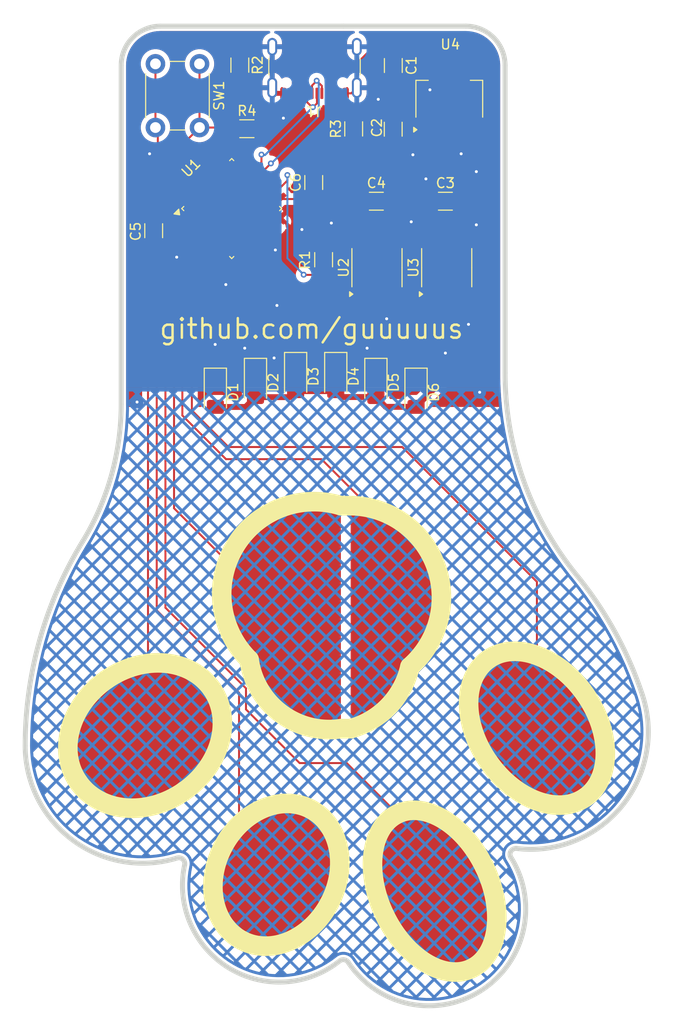
<source format=kicad_pcb>
(kicad_pcb (version 20240108) (generator "pcbnew") (generator_version "8.0")
  (layers (0 "F.Cu" signal) (31 "B.Cu" signal) (34 "B.Paste" user) (35 "F.Paste" user) (36 "B.SilkS" user "B.Silkscreen") (37 "F.SilkS" user "F.Silkscreen") (38 "B.Mask" user) (39 "F.Mask" user) (44 "Edge.Cuts" user))
  (net 0 "")
  (net 1 "GND")
  (net 2 "VBUS")
  (net 3 "+3.3V")
  (net 4 "usb-")
  (net 5 "Net-(J1-CC2)")
  (net 6 "usb+")
  (net 7 "Net-(J1-CC1)")
  (net 8 "neo")
  (net 26 "Net-(U2-DO)")
  (net 30 "Net-(D1-K)")
  (net 31 "Net-(D2-K)")
  (net 32 "Net-(D3-K)")
  (net 33 "Net-(D4-K)")
  (net 34 "Net-(D5-K)")
  (net 35 "Net-(D6-K)")
  (net 36 "Net-(U1-PA0{slash}WKP{slash}ADC0{slash}USART2{slash}TIM2CH1)")
  (net 37 "Net-(U1-PA1{slash}ADC1{slash}UASRT2RTS{slash}TIM2CH2)")
  (net 38 "Net-(U1-PA2{slash}ADC2{slash}USART2TX{slash}TIM2CH3)")
  (net 39 "Net-(U1-PA3{slash}ADC3{slash}USART2RX{slash}TIM2CH4)")
  (net 40 "Net-(U1-PA4{slash}ADC4{slash}USARTCK{slash}SP1NSS)")
  (net 41 "Net-(U1-PA5{slash}ADC5{slash}SPISCK)")
  (net 42 "boot")
  (footprint "Capacitor_SMD:C_1206_3216Metric_Pad1.33x1.80mm_HandSolder" (layer "F.Cu") (at 130.18 67.15 -90)
    (property "Reference" "C1" (at 0 -1.85 90) (layer "F.SilkS"))
    (property "Value" "10uf")
    (pad "1" smd roundrect (at -1.5625 0 270) (size 1.325 1.8) (layers "F.Cu" "F.Paste" "F.Mask") (roundrect_rratio 0.188679) (net 2 "VBUS"))
    (pad "2" smd roundrect (at 1.5625 0 270) (size 1.325 1.8) (layers "F.Cu" "F.Paste" "F.Mask") (roundrect_rratio 0.188679) (net 1 "GND"))
  )
  (footprint "Package_SO:SO-8_3.9x4.9mm_P1.27mm" (layer "F.Cu") (at 135.635 87.785 90)
    (property "Reference" "U3" (at 0 -3.4 90) (layer "F.SilkS"))
    (property "Value" "WS2811")
    (pad "1" smd roundrect (at -2.575 -1.905 90) (size 1.75 0.6) (layers "F.Cu" "F.Paste" "F.Mask") (net 33 "Net-(D4-K)"))
    (pad "2" smd roundrect (at -2.575 -0.635 90) (size 1.75 0.6) (layers "F.Cu" "F.Paste" "F.Mask") (net 34 "Net-(D5-K)"))
    (pad "3" smd roundrect (at -2.575 0.635 90) (size 1.75 0.6) (layers "F.Cu" "F.Paste" "F.Mask") (net 35 "Net-(D6-K)"))
    (pad "4" smd roundrect (at -2.575 1.905 90) (size 1.75 0.6) (layers "F.Cu" "F.Paste" "F.Mask") (net 1 "GND"))
    (pad "5" smd roundrect (at 2.575 1.905 90) (size 1.75 0.6) (layers "F.Cu" "F.Paste" "F.Mask"))
    (pad "6" smd roundrect (at 2.575 0.635 90) (size 1.75 0.6) (layers "F.Cu" "F.Paste" "F.Mask") (net 26 "Net-(U2-DO)"))
    (pad "7" smd roundrect (at 2.575 -0.635 90) (size 1.75 0.6) (layers "F.Cu" "F.Paste" "F.Mask"))
    (pad "8" smd roundrect (at 2.575 -1.905 90) (size 1.75 0.6) (layers "F.Cu" "F.Paste" "F.Mask") (net 2 "VBUS"))
  )
  (footprint "custom:TestPoint_Pad_1.0x1.0mm_W_SOLDERMASK" (layer "F.Cu") (at 133.5 150.85)
    (property "Reference" "TP3" (hide yes))
    (property "Value" "TestPoint")
    (pad "1" smd rect (at 0 0) (size 1 1) (layers "F.Cu") (net 38 "Net-(U1-PA2{slash}ADC2{slash}USART2TX{slash}TIM2CH3)"))
  )
  (footprint "Capacitor_SMD:C_1206_3216Metric_Pad1.33x1.80mm_HandSolder" (layer "F.Cu") (at 130.17 73.65 -90)
    (property "Reference" "C2" (at -0.15 1.67 90) (layer "F.SilkS"))
    (property "Value" "10uf")
    (pad "1" smd roundrect (at -1.5625 0 270) (size 1.325 1.8) (layers "F.Cu" "F.Paste" "F.Mask") (roundrect_rratio 0.188679) (net 3 "+3.3V"))
    (pad "2" smd roundrect (at 1.5625 0 270) (size 1.325 1.8) (layers "F.Cu" "F.Paste" "F.Mask") (roundrect_rratio 0.188679) (net 1 "GND"))
  )
  (footprint "custom:TestPoint_Pad_1.0x1.0mm_W_SOLDERMASK" (layer "F.Cu") (at 118.97 121.92)
    (property "Reference" "TP4" (hide yes))
    (property "Value" "TestPoint")
    (pad "1" smd rect (at 0 0) (size 1 1) (layers "F.Cu") (net 39 "Net-(U1-PA3{slash}ADC3{slash}USART2RX{slash}TIM2CH4)"))
  )
  (footprint "LED_SMD:LED_1206_3216Metric_Pad1.42x1.75mm_HandSolder" (layer "F.Cu") (at 120.2 98.8975 -90)
    (property "Reference" "D3" (at 0 -1.82 90) (layer "F.SilkS"))
    (property "Value" "LED")
    (pad "1" smd roundrect (at -1.4875 0 270) (size 1.425 1.75) (layers "F.Cu" "F.Paste" "F.Mask") (roundrect_rratio 0.175439) (net 32 "Net-(D3-K)"))
    (pad "2" smd roundrect (at 1.4875 0 270) (size 1.425 1.75) (layers "F.Cu" "F.Paste" "F.Mask") (roundrect_rratio 0.175439) (net 2 "VBUS"))
  )
  (footprint "Capacitor_SMD:C_1206_3216Metric_Pad1.33x1.80mm_HandSolder" (layer "F.Cu") (at 135.5 81)
    (property "Reference" "C3" (at 0 -1.85 360) (layer "F.SilkS"))
    (property "Value" "10uf")
    (pad "1" smd roundrect (at -1.5625 0) (size 1.325 1.8) (layers "F.Cu" "F.Paste" "F.Mask") (roundrect_rratio 0.188679) (net 2 "VBUS"))
    (pad "2" smd roundrect (at 1.5625 0) (size 1.325 1.8) (layers "F.Cu" "F.Paste" "F.Mask") (roundrect_rratio 0.188679) (net 1 "GND"))
  )
  (footprint "custom:TestPoint_Pad_1.0x1.0mm_W_SOLDERMASK" (layer "F.Cu") (at 145.03 133.83)
    (property "Reference" "TP6" (hide yes))
    (property "Value" "TestPoint")
    (pad "1" smd rect (at 0 0) (size 1 1) (layers "F.Cu") (net 41 "Net-(U1-PA5{slash}ADC5{slash}SPISCK)"))
  )
  (footprint "Resistor_SMD:R_1206_3216Metric_Pad1.30x1.75mm_HandSolder" (layer "F.Cu") (at 123.06 86.97 -90)
    (property "Reference" "R1" (at 0.04 1.91 90) (layer "F.SilkS"))
    (property "Value" "R")
    (pad "1" smd roundrect (at -1.55 0 270) (size 1.3 1.75) (layers "F.Cu" "F.Paste" "F.Mask") (roundrect_rratio 0.192308) (net 2 "VBUS"))
    (pad "2" smd roundrect (at 1.55 0 270) (size 1.3 1.75) (layers "F.Cu" "F.Paste" "F.Mask") (roundrect_rratio 0.192308) (net 8 "neo"))
  )
  (footprint "LED_SMD:LED_1206_3216Metric_Pad1.42x1.75mm_HandSolder" (layer "F.Cu") (at 132.5 100.5 -90)
    (property "Reference" "D6" (at 0 -1.82 90) (layer "F.SilkS"))
    (property "Value" "LED")
    (pad "1" smd roundrect (at -1.4875 0 270) (size 1.425 1.75) (layers "F.Cu" "F.Paste" "F.Mask") (roundrect_rratio 0.175439) (net 35 "Net-(D6-K)"))
    (pad "2" smd roundrect (at 1.4875 0 270) (size 1.425 1.75) (layers "F.Cu" "F.Paste" "F.Mask") (roundrect_rratio 0.175439) (net 2 "VBUS"))
  )
  (footprint "LED_SMD:LED_1206_3216Metric_Pad1.42x1.75mm_HandSolder" (layer "F.Cu") (at 116.1 99.5 -90)
    (property "Reference" "D2" (at 0 -1.82 90) (layer "F.SilkS"))
    (property "Value" "LED")
    (pad "1" smd roundrect (at -1.4875 0 270) (size 1.425 1.75) (layers "F.Cu" "F.Paste" "F.Mask") (roundrect_rratio 0.175439) (net 31 "Net-(D2-K)"))
    (pad "2" smd roundrect (at 1.4875 0 270) (size 1.425 1.75) (layers "F.Cu" "F.Paste" "F.Mask") (roundrect_rratio 0.175439) (net 2 "VBUS"))
  )
  (footprint "Connector_USB:USB_C_Receptacle_GCT_USB4105-xx-A_16P_TopMnt_Horizontal" (layer "F.Cu") (at 122.13 66.31 180)
    (property "Reference" "J1" (at 0 -5.5 180) (layer "F.SilkS"))
    (property "Value" "USB_C_Receptacle_USB2.0_14P")
    (pad "" np_thru_hole circle (at -2.89 -2.605 180) (size 0.65 0.65) (drill 0.65) (layers "F&B.Cu" "*.Mask"))
    (pad "" np_thru_hole circle (at 2.89 -2.605 180) (size 0.65 0.65) (drill 0.65) (layers "F&B.Cu" "*.Mask"))
    (pad "A1" smd roundrect (at -3.2 -3.68 180) (size 0.6 1.15) (layers "F.Cu" "F.Paste" "F.Mask") (net 1 "GND"))
    (pad "A4" smd roundrect (at -2.4 -3.68 180) (size 0.6 1.15) (layers "F.Cu" "F.Paste" "F.Mask") (net 2 "VBUS"))
    (pad "A5" smd roundrect (at -1.25 -3.68 180) (size 0.3 1.15) (layers "F.Cu" "F.Paste" "F.Mask") (net 7 "Net-(J1-CC1)"))
    (pad "A6" smd roundrect (at -0.25 -3.68 180) (size 0.3 1.15) (layers "F.Cu" "F.Paste" "F.Mask") (net 6 "usb+"))
    (pad "A7" smd roundrect (at 0.25 -3.68 180) (size 0.3 1.15) (layers "F.Cu" "F.Paste" "F.Mask") (net 4 "usb-"))
    (pad "A8" smd roundrect (at 1.25 -3.68 180) (size 0.3 1.15) (layers "F.Cu" "F.Paste" "F.Mask"))
    (pad "A9" smd roundrect (at 2.4 -3.68 180) (size 0.6 1.15) (layers "F.Cu" "F.Paste" "F.Mask") (net 2 "VBUS"))
    (pad "A12" smd roundrect (at 3.2 -3.68 180) (size 0.6 1.15) (layers "F.Cu" "F.Paste" "F.Mask") (net 1 "GND"))
    (pad "B1" smd roundrect (at 3.2 -3.68 180) (size 0.6 1.15) (layers "F.Cu" "F.Paste" "F.Mask") (net 1 "GND"))
    (pad "B4" smd roundrect (at 2.4 -3.68 180) (size 0.6 1.15) (layers "F.Cu" "F.Paste" "F.Mask") (net 2 "VBUS"))
    (pad "B5" smd roundrect (at 1.75 -3.68 180) (size 0.3 1.15) (layers "F.Cu" "F.Paste" "F.Mask") (net 5 "Net-(J1-CC2)"))
    (pad "B6" smd roundrect (at 0.75 -3.68 180) (size 0.3 1.15) (layers "F.Cu" "F.Paste" "F.Mask") (net 6 "usb+"))
    (pad "B7" smd roundrect (at -0.75 -3.68 180) (size 0.3 1.15) (layers "F.Cu" "F.Paste" "F.Mask") (net 4 "usb-"))
    (pad "B8" smd roundrect (at -1.75 -3.68 180) (size 0.3 1.15) (layers "F.Cu" "F.Paste" "F.Mask"))
    (pad "B9" smd roundrect (at -2.4 -3.68 180) (size 0.6 1.15) (layers "F.Cu" "F.Paste" "F.Mask") (net 2 "VBUS"))
    (pad "B12" smd roundrect (at -3.2 -3.68 180) (size 0.6 1.15) (layers "F.Cu" "F.Paste" "F.Mask") (net 1 "GND"))
    (pad "S1" thru_hole oval (at -4.32 -3.105 180) (size 1 2.1) (drill oval 0.6 1.7) (layers "*.Cu" "*.Mask" "F.Paste") (net 1 "GND"))
    (pad "S1" thru_hole oval (at -4.32 1.075 180) (size 1 1.8) (drill oval 0.6 1.4) (layers "*.Cu" "*.Mask" "F.Paste") (net 1 "GND"))
    (pad "S1" thru_hole oval (at 4.32 -3.105 180) (size 1 2.1) (drill oval 0.6 1.7) (layers "*.Cu" "*.Mask" "F.Paste") (net 1 "GND"))
    (pad "S1" thru_hole oval (at 4.32 1.075 180) (size 1 1.8) (drill oval 0.6 1.4) (layers "*.Cu" "*.Mask" "F.Paste") (net 1 "GND"))
  )
  (footprint "custom:TestPoint_Pad_1.0x1.0mm_W_SOLDERMASK" (layer "F.Cu") (at 118.58 149.81)
    (property "Reference" "TP2" (hide yes))
    (property "Value" "TestPoint")
    (pad "1" smd rect (at 0 0) (size 1 1) (layers "F.Cu") (net 37 "Net-(U1-PA1{slash}ADC1{slash}UASRT2RTS{slash}TIM2CH2)"))
  )
  (footprint "Capacitor_SMD:C_1206_3216Metric_Pad1.33x1.80mm_HandSolder" (layer "F.Cu") (at 128.445 81)
    (property "Reference" "C4" (at 0 -1.85 360) (layer "F.SilkS"))
    (property "Value" "10uf")
    (pad "1" smd roundrect (at -1.5625 0) (size 1.325 1.8) (layers "F.Cu" "F.Paste" "F.Mask") (roundrect_rratio 0.188679) (net 2 "VBUS"))
    (pad "2" smd roundrect (at 1.5625 0) (size 1.325 1.8) (layers "F.Cu" "F.Paste" "F.Mask") (roundrect_rratio 0.188679) (net 1 "GND"))
  )
  (footprint "Package_QFP:LQFP-32_7x7mm_P0.8mm" (layer "F.Cu") (at 113.67 81.75 45)
    (property "Reference" "U1" (at 0 -5.88 45) (layer "F.SilkS"))
    (property "Value" "~")
    (pad "1" smd roundrect (at -4.175 -2.8 45) (size 1.5 0.5) (layers "F.Cu" "F.Paste" "F.Mask") (net 3 "+3.3V"))
    (pad "2" smd roundrect (at -4.175 -2 45) (size 1.5 0.5) (layers "F.Cu" "F.Paste" "F.Mask"))
    (pad "3" smd roundrect (at -4.175 -1.2 45) (size 1.5 0.5) (layers "F.Cu" "F.Paste" "F.Mask"))
    (pad "4" smd roundrect (at -4.175 -0.4 45) (size 1.5 0.5) (layers "F.Cu" "F.Paste" "F.Mask"))
    (pad "5" smd roundrect (at -4.175 0.4 45) (size 1.5 0.5) (layers "F.Cu" "F.Paste" "F.Mask") (net 3 "+3.3V"))
    (pad "6" smd roundrect (at -4.175 1.2 45) (size 1.5 0.5) (layers "F.Cu" "F.Paste" "F.Mask") (net 36 "Net-(U1-PA0{slash}WKP{slash}ADC0{slash}USART2{slash}TIM2CH1)"))
    (pad "7" smd roundrect (at -4.175 2 45) (size 1.5 0.5) (layers "F.Cu" "F.Paste" "F.Mask") (net 37 "Net-(U1-PA1{slash}ADC1{slash}UASRT2RTS{slash}TIM2CH2)"))
    (pad "8" smd roundrect (at -4.175 2.8 45) (size 1.5 0.5) (layers "F.Cu" "F.Paste" "F.Mask") (net 38 "Net-(U1-PA2{slash}ADC2{slash}USART2TX{slash}TIM2CH3)"))
    (pad "9" smd roundrect (at -2.8 4.175 45) (size 0.5 1.5) (layers "F.Cu" "F.Paste" "F.Mask") (net 39 "Net-(U1-PA3{slash}ADC3{slash}USART2RX{slash}TIM2CH4)"))
    (pad "10" smd roundrect (at -2 4.175 45) (size 0.5 1.5) (layers "F.Cu" "F.Paste" "F.Mask") (net 40 "Net-(U1-PA4{slash}ADC4{slash}USARTCK{slash}SP1NSS)"))
    (pad "11" smd roundrect (at -1.2 4.175 45) (size 0.5 1.5) (layers "F.Cu" "F.Paste" "F.Mask") (net 41 "Net-(U1-PA5{slash}ADC5{slash}SPISCK)"))
    (pad "12" smd roundrect (at -0.4 4.175 45) (size 0.5 1.5) (layers "F.Cu" "F.Paste" "F.Mask"))
    (pad "13" smd roundrect (at 0.4 4.175 45) (size 0.5 1.5) (layers "F.Cu" "F.Paste" "F.Mask"))
    (pad "14" smd roundrect (at 1.2 4.175 45) (size 0.5 1.5) (layers "F.Cu" "F.Paste" "F.Mask"))
    (pad "15" smd roundrect (at 2 4.175 45) (size 0.5 1.5) (layers "F.Cu" "F.Paste" "F.Mask"))
    (pad "16" smd roundrect (at 2.8 4.175 45) (size 0.5 1.5) (layers "F.Cu" "F.Paste" "F.Mask") (net 1 "GND"))
    (pad "17" smd roundrect (at 4.175 2.8 45) (size 1.5 0.5) (layers "F.Cu" "F.Paste" "F.Mask") (net 3 "+3.3V"))
    (pad "18" smd roundrect (at 4.175 2 45) (size 1.5 0.5) (layers "F.Cu" "F.Paste" "F.Mask") (net 8 "neo"))
    (pad "19" smd roundrect (at 4.175 1.2 45) (size 1.5 0.5) (layers "F.Cu" "F.Paste" "F.Mask"))
    (pad "20" smd roundrect (at 4.175 0.4 45) (size 1.5 0.5) (layers "F.Cu" "F.Paste" "F.Mask"))
    (pad "21" smd roundrect (at 4.175 -0.4 45) (size 1.5 0.5) (layers "F.Cu" "F.Paste" "F.Mask") (net 4 "usb-"))
    (pad "22" smd roundrect (at 4.175 -1.2 45) (size 1.5 0.5) (layers "F.Cu" "F.Paste" "F.Mask") (net 6 "usb+"))
    (pad "23" smd roundrect (at 4.175 -2 45) (size 1.5 0.5) (layers "F.Cu" "F.Paste" "F.Mask"))
    (pad "24" smd roundrect (at 4.175 -2.8 45) (size 1.5 0.5) (layers "F.Cu" "F.Paste" "F.Mask"))
    (pad "25" smd roundrect (at 2.8 -4.175 45) (size 0.5 1.5) (layers "F.Cu" "F.Paste" "F.Mask"))
    (pad "26" smd roundrect (at 2 -4.175 45) (size 0.5 1.5) (layers "F.Cu" "F.Paste" "F.Mask"))
    (pad "27" smd roundrect (at 1.2 -4.175 45) (size 0.5 1.5) (layers "F.Cu" "F.Paste" "F.Mask"))
    (pad "28" smd roundrect (at 0.4 -4.175 45) (size 0.5 1.5) (layers "F.Cu" "F.Paste" "F.Mask"))
    (pad "29" smd roundrect (at -0.4 -4.175 45) (size 0.5 1.5) (layers "F.Cu" "F.Paste" "F.Mask"))
    (pad "30" smd roundrect (at -1.2 -4.175 45) (size 0.5 1.5) (layers "F.Cu" "F.Paste" "F.Mask"))
    (pad "31" smd roundrect (at -2 -4.175 45) (size 0.5 1.5) (layers "F.Cu" "F.Paste" "F.Mask") (net 42 "boot"))
    (pad "32" smd roundrect (at -2.8 -4.175 45) (size 0.5 1.5) (layers "F.Cu" "F.Paste" "F.Mask") (net 1 "GND"))
  )
  (footprint "Package_TO_SOT_SMD:SOT-223-3_TabPin2" (layer "F.Cu") (at 135.8975 70.57 90)
    (property "Reference" "U4" (at 5.57 0.1025 180) (layer "F.SilkS"))
    (property "Value" "AMS1117-3.3")
    (pad "1" smd roundrect (at -3.15 -2.3 90) (size 2 1.5) (layers "F.Cu" "F.Paste" "F.Mask") (net 1 "GND"))
    (pad "2" smd roundrect (at -3.15 0 90) (size 2 1.5) (layers "F.Cu" "F.Paste" "F.Mask") (net 3 "+3.3V"))
    (pad "2" smd roundrect (at 3.15 0 90) (size 2 3.8) (layers "F.Cu" "F.Paste" "F.Mask") (net 3 "+3.3V"))
    (pad "3" smd roundrect (at -3.15 2.3 90) (size 2 1.5) (layers "F.Cu" "F.Paste" "F.Mask") (net 2 "VBUS"))
  )
  (footprint "Resistor_SMD:R_1206_3216Metric_Pad1.30x1.75mm_HandSolder" (layer "F.Cu") (at 114.5 67.11 -90)
    (property "Reference" "R2" (at 0 -1.82 90) (layer "F.SilkS"))
    (property "Value" "R")
    (pad "1" smd roundrect (at -1.55 0 270) (size 1.3 1.75) (layers "F.Cu" "F.Paste" "F.Mask") (roundrect_rratio 0.192308) (net 1 "GND"))
    (pad "2" smd roundrect (at 1.55 0 270) (size 1.3 1.75) (layers "F.Cu" "F.Paste" "F.Mask") (roundrect_rratio 0.192308) (net 5 "Net-(J1-CC2)"))
  )
  (footprint "Capacitor_SMD:C_1206_3216Metric_Pad1.33x1.80mm_HandSolder" (layer "F.Cu") (at 105.7 84.01 -90)
    (property "Reference" "C5" (at 0.08 1.84 90) (layer "F.SilkS"))
    (property "Value" "10uf")
    (pad "1" smd roundrect (at -1.5625 0 270) (size 1.325 1.8) (layers "F.Cu" "F.Paste" "F.Mask") (roundrect_rratio 0.188679) (net 3 "+3.3V"))
    (pad "2" smd roundrect (at 1.5625 0 270) (size 1.325 1.8) (layers "F.Cu" "F.Paste" "F.Mask") (roundrect_rratio 0.188679) (net 1 "GND"))
  )
  (footprint "LED_SMD:LED_1206_3216Metric_Pad1.42x1.75mm_HandSolder" (layer "F.Cu") (at 124.3 98.8975 -90)
    (property "Reference" "D4" (at 0 -1.82 90) (layer "F.SilkS"))
    (property "Value" "LED")
    (pad "1" smd roundrect (at -1.4875 0 270) (size 1.425 1.75) (layers "F.Cu" "F.Paste" "F.Mask") (roundrect_rratio 0.175439) (net 33 "Net-(D4-K)"))
    (pad "2" smd roundrect (at 1.4875 0 270) (size 1.425 1.75) (layers "F.Cu" "F.Paste" "F.Mask") (roundrect_rratio 0.175439) (net 2 "VBUS"))
  )
  (footprint "Button_Switch_THT:SW_PUSH_6mm" (layer "F.Cu") (at 110.38 66.98 -90)
    (property "Reference" "SW1" (at 3.25 -2 90) (layer "F.SilkS"))
    (property "Value" "SW_Push")
    (pad "1" thru_hole circle (at 0 0) (size 2 2) (drill 1.1) (layers "*.Cu" "*.Mask") (net 42 "boot"))
    (pad "1" thru_hole circle (at 6.5 0) (size 2 2) (drill 1.1) (layers "*.Cu" "*.Mask") (net 42 "boot"))
    (pad "2" thru_hole circle (at 0 4.5) (size 2 2) (drill 1.1) (layers "*.Cu" "*.Mask") (net 3 "+3.3V"))
    (pad "2" thru_hole circle (at 6.5 4.5) (size 2 2) (drill 1.1) (layers "*.Cu" "*.Mask") (net 3 "+3.3V"))
  )
  (footprint "LED_SMD:LED_1206_3216Metric_Pad1.42x1.75mm_HandSolder" (layer "F.Cu") (at 128.4 99.5 -90)
    (property "Reference" "D5" (at 0 -1.82 90) (layer "F.SilkS"))
    (property "Value" "LED")
    (pad "1" smd roundrect (at -1.4875 0 270) (size 1.425 1.75) (layers "F.Cu" "F.Paste" "F.Mask") (roundrect_rratio 0.175439) (net 34 "Net-(D5-K)"))
    (pad "2" smd roundrect (at 1.4875 0 270) (size 1.425 1.75) (layers "F.Cu" "F.Paste" "F.Mask") (roundrect_rratio 0.175439) (net 2 "VBUS"))
  )
  (footprint "Capacitor_SMD:C_1206_3216Metric_Pad1.33x1.80mm_HandSolder" (layer "F.Cu") (at 122.05 79.09 90)
    (property "Reference" "C6" (at 0 -1.850001 90) (layer "F.SilkS"))
    (property "Value" "10uf")
    (pad "1" smd roundrect (at -1.5625 0 90) (size 1.325 1.8) (layers "F.Cu" "F.Paste" "F.Mask") (roundrect_rratio 0.188679) (net 3 "+3.3V"))
    (pad "2" smd roundrect (at 1.5625 0 90) (size 1.325 1.8) (layers "F.Cu" "F.Paste" "F.Mask") (roundrect_rratio 0.188679) (net 1 "GND"))
  )
  (footprint "custom:TestPoint_Pad_1.0x1.0mm_W_SOLDERMASK" (layer "F.Cu") (at 105.71 135.63)
    (property "Reference" "TP1" (hide yes))
    (property "Value" "TestPoint")
    (pad "1" smd rect (at 0 0) (size 1 1) (layers "F.Cu") (net 36 "Net-(U1-PA0{slash}WKP{slash}ADC0{slash}USART2{slash}TIM2CH1)"))
  )
  (footprint "Package_SO:SO-8_3.9x4.9mm_P1.27mm" (layer "F.Cu") (at 128.51 87.785 90)
    (property "Reference" "U2" (at 0 -3.4 90) (layer "F.SilkS"))
    (property "Value" "WS2811")
    (pad "1" smd roundrect (at -2.575 -1.905 90) (size 1.75 0.6) (layers "F.Cu" "F.Paste" "F.Mask") (net 30 "Net-(D1-K)"))
    (pad "2" smd roundrect (at -2.575 -0.635 90) (size 1.75 0.6) (layers "F.Cu" "F.Paste" "F.Mask") (net 31 "Net-(D2-K)"))
    (pad "3" smd roundrect (at -2.575 0.635 90) (size 1.75 0.6) (layers "F.Cu" "F.Paste" "F.Mask") (net 32 "Net-(D3-K)"))
    (pad "4" smd roundrect (at -2.575 1.905 90) (size 1.75 0.6) (layers "F.Cu" "F.Paste" "F.Mask") (net 1 "GND"))
    (pad "5" smd roundrect (at 2.575 1.905 90) (size 1.75 0.6) (layers "F.Cu" "F.Paste" "F.Mask") (net 26 "Net-(U2-DO)"))
    (pad "6" smd roundrect (at 2.575 0.635 90) (size 1.75 0.6) (layers "F.Cu" "F.Paste" "F.Mask") (net 8 "neo"))
    (pad "7" smd roundrect (at 2.575 -0.635 90) (size 1.75 0.6) (layers "F.Cu" "F.Paste" "F.Mask"))
    (pad "8" smd roundrect (at 2.575 -1.905 90) (size 1.75 0.6) (layers "F.Cu" "F.Paste" "F.Mask") (net 2 "VBUS"))
  )
  (footprint "LED_SMD:LED_1206_3216Metric_Pad1.42x1.75mm_HandSolder" (layer "F.Cu") (at 112 100.5 -90)
    (property "Reference" "D1" (at 0 -1.82 90) (layer "F.SilkS"))
    (property "Value" "LED")
    (pad "1" smd roundrect (at -1.4875 0 270) (size 1.425 1.75) (layers "F.Cu" "F.Paste" "F.Mask") (roundrect_rratio 0.175439) (net 30 "Net-(D1-K)"))
    (pad "2" smd roundrect (at 1.4875 0 270) (size 1.425 1.75) (layers "F.Cu" "F.Paste" "F.Mask") (roundrect_rratio 0.175439) (net 2 "VBUS"))
  )
  (footprint "Resistor_SMD:R_1206_3216Metric_Pad1.30x1.75mm_HandSolder" (layer "F.Cu") (at 126.13 73.62 90)
    (property "Reference" "R3" (at 0 -1.82 90) (layer "F.SilkS"))
    (property "Value" "R")
    (pad "1" smd roundrect (at -1.55 0 90) (size 1.3 1.75) (layers "F.Cu" "F.Paste" "F.Mask") (roundrect_rratio 0.192308) (net 1 "GND"))
    (pad "2" smd roundrect (at 1.55 0 90) (size 1.3 1.75) (layers "F.Cu" "F.Paste" "F.Mask") (roundrect_rratio 0.192308) (net 7 "Net-(J1-CC1)"))
  )
  (footprint "custom:TestPoint_Pad_1.0x1.0mm_W_SOLDERMASK" (layer "F.Cu") (at 131.1 122.82)
    (property "Reference" "TP5" (hide yes))
    (property "Value" "TestPoint")
    (pad "1" smd rect (at 0 0) (size 1 1) (layers "F.Cu") (net 40 "Net-(U1-PA4{slash}ADC4{slash}USARTCK{slash}SP1NSS)"))
  )
  (footprint "Resistor_SMD:R_1206_3216Metric_Pad1.30x1.75mm_HandSolder" (layer "F.Cu") (at 115.22 73.6)
    (property "Reference" "R4" (at 0 -1.82 0) (layer "F.SilkS"))
    (property "Value" "R")
    (pad "1" smd roundrect (at -1.55 0) (size 1.3 1.75) (layers "F.Cu" "F.Paste" "F.Mask") (roundrect_rratio 0.192308) (net 42 "boot"))
    (pad "2" smd roundrect (at 1.55 0) (size 1.3 1.75) (layers "F.Cu" "F.Paste" "F.Mask") (roundrect_rratio 0.192308) (net 1 "GND"))
  )
  (gr_curve (pts (xy 121.731906 143.04822) (xy 118.719625 141.475409) (xy 114.710317 143.202254) (xy 112.776862 146.905238)) (stroke (width 0.5)) (layer "F.Cu") (net 37))
  (gr_curve (pts (xy 139.503142 148.974855) (xy 137.412624 144.620339) (xy 133.434221 142.186656) (xy 130.617125 143.539068)) (stroke (width 0.5)) (layer "F.Cu") (net 38))
  (gr_curve (pts (xy 149.80614 141.838271) (xy 152.526922 139.926121) (xy 152.515504 135.221406) (xy 149.780635 131.329991)) (stroke (width 0.5)) (layer "F.Cu") (net 41))
  (gr_curve (pts (xy 138.187566 159.308181) (xy 141.004656 157.955757) (xy 141.593659 153.329371) (xy 139.503142 148.974855)) (stroke (width 0.5)) (layer "F.Cu") (net 38))
  (gr_poly (pts (xy 130.617125 143.539068) (xy 132.9 143.1) (xy 136.1 144.35) (xy 139.503142 148.974855) (xy 140.85 153.75) (xy 139.75 158.2) (xy 137.4 159.85) (xy 133.8 159.15) (xy 131.4 157.1) (xy 129.301546 153.872421) (xy 128.3 151.4) (xy 128 147.5) (xy 128.95 144.85)) (stroke (width 0.2)) (fill solid) (layer "F.Cu") (net 38))
  (gr_curve (pts (xy 139.927799 138.254504) (xy 142.662675 142.145914) (xy 147.085357 143.750421) (xy 149.80614 141.838271)) (stroke (width 0.5)) (layer "F.Cu") (net 41))
  (gr_poly (pts (arc (start 131.871574 128.527436) (mid 129.72635 132.525419) (end 125.823042 134.838436)) (arc (start 125.823042 112.077103) (mid 134.519863 118.216559) (end 131.871574 128.527436))) (fill solid) (layer "F.Cu") (net 40))
  (gr_curve (pts (xy 112.776862 146.905238) (xy 110.843407 150.608222) (xy 111.717965 154.885104) (xy 114.730241 156.457925)) (stroke (width 0.5)) (layer "F.Cu") (net 37))
  (gr_curve (pts (xy 123.685291 152.600932) (xy 125.618753 148.897952) (xy 124.744207 144.621066) (xy 121.731935 143.048235)) (stroke (width 0.5)) (layer "F.Cu") (net 37))
  (gr_curve (pts (xy 100.859417 129.840173) (xy 97.087877 132.462824) (xy 95.80501 137.14086) (xy 97.994053 140.288863)) (stroke (width 0.5)) (layer "F.Cu") (net 36))
  (gr_curve (pts (xy 139.902268 127.746215) (xy 137.181492 129.658375) (xy 137.192923 134.363094) (xy 139.927799 138.254504)) (stroke (width 0.5)) (layer "F.Cu") (net 41))
  (gr_curve (pts (xy 111.652021 130.791395) (xy 109.462968 127.643398) (xy 104.630957 127.217521) (xy 100.859417 129.840173)) (stroke (width 0.5)) (layer "F.Cu") (net 36))
  (gr_poly (pts (xy 98.1 132.5) (xy 100.859417 129.840173) (xy 104.2 128.15) (xy 107.1 128.1) (xy 109.6 128.8) (xy 111.652021 130.791395) (xy 112.7 132.95) (xy 112.65 135.7) (xy 111.4 138.75) (xy 109.45 140.8) (xy 107 142.3) (xy 104.55 142.95) (xy 101.3 142.7) (xy 99 141.45) (xy 97.3 139.25) (xy 96.85 136.4) (xy 97.25 134.35)) (stroke (width 0.2)) (fill solid) (layer "F.Cu") (net 36))
  (gr_curve (pts (xy 129.301546 153.872421) (xy 131.392071 158.226934) (xy 135.370476 160.660605) (xy 138.187566 159.308181)) (stroke (width 0.5)) (layer "F.Cu") (net 38))
  (gr_curve (pts (xy 114.730241 156.457925) (xy 117.742518 158.030745) (xy 121.751828 156.303912) (xy 123.685291 152.600932)) (stroke (width 0.5)) (layer "F.Cu") (net 37))
  (gr_curve (pts (xy 108.786685 141.240088) (xy 112.558219 138.617428) (xy 113.841073 133.939391) (xy 111.652021 130.791395)) (stroke (width 0.5)) (layer "F.Cu") (net 36))
  (gr_poly (pts (arc (start 124.823042 112.077103) (mid 113.977542 116.26694) (end 115.45 127.8)) (arc (start 115.45 127.8) (mid 118.669221 133.273212) (end 124.823042 134.838436))) (fill solid) (layer "F.Cu") (net 39))
  (gr_curve (pts (xy 97.994074 140.288893) (xy 100.183137 143.436883) (xy 105.015151 143.862747) (xy 108.786685 141.240088)) (stroke (width 0.5)) (layer "F.Cu") (net 36))
  (gr_poly (pts (xy 149.780635 131.329991) (xy 151.1 133.9) (xy 151.8 136.95) (xy 151.4 139.75) (xy 149.80614 141.838271) (xy 148.05 142.45) (xy 145.95 142.6) (xy 142 140.7) (xy 139.15 137.2) (xy 137.9 133.6) (xy 138.25 129.45) (xy 140.35 127.15) (xy 143.45 126.8) (xy 146.85 128.35)) (stroke (width 0.2)) (fill solid) (layer "F.Cu") (net 41))
  (gr_curve (pts (xy 130.617098 143.539081) (xy 127.800014 144.891517) (xy 127.211021 149.517909) (xy 129.301546 153.872421)) (stroke (width 0.5)) (layer "F.Cu") (net 38))
  (gr_curve (pts (xy 149.780635 131.329991) (xy 147.045766 127.438576) (xy 142.623084 125.834057) (xy 139.902294 127.746197)) (stroke (width 0.5)) (layer "F.Cu") (net 41))
  (gr_poly (pts (xy 119.9 142.35) (xy 122.75 143.6) (xy 124.3 145.8) (xy 124.7 149.8) (xy 123.685291 152.600932) (xy 121.3 155.7) (xy 117.95 157.05) (xy 114.730241 156.457925) (xy 112.6 154.55) (xy 111.8 151.8) (xy 111.8 149.5) (xy 112.2 147.85) (xy 113.8 145.1) (xy 115.55 143.75) (xy 117.95 142.5)) (stroke (width 0.2)) (fill solid) (layer "F.Cu") (net 37))
  (gr_curve (pts (xy 114.730241 156.457925) (xy 117.742518 158.030745) (xy 121.751828 156.303912) (xy 123.685291 152.600932)) (stroke (width 2)) (layer "F.SilkS"))
  (gr_curve (pts (xy 130.617098 143.539081) (xy 127.800014 144.891517) (xy 127.211021 149.517909) (xy 129.301546 153.872421)) (stroke (width 2)) (layer "F.SilkS"))
  (gr_curve (pts (xy 129.301546 153.872421) (xy 131.392071 158.226934) (xy 135.370476 160.660605) (xy 138.187566 159.308181)) (stroke (width 2)) (layer "F.SilkS"))
  (gr_curve (pts (xy 139.503142 148.974855) (xy 137.412624 144.620339) (xy 133.434221 142.186656) (xy 130.617125 143.539068)) (stroke (width 2)) (layer "F.SilkS"))
  (gr_curve (pts (xy 97.994074 140.288893) (xy 100.183137 143.436883) (xy 105.015151 143.862747) (xy 108.786685 141.240088)) (stroke (width 2)) (layer "F.SilkS"))
  (gr_curve (pts (xy 149.780635 131.329991) (xy 147.045766 127.438576) (xy 142.623084 125.834057) (xy 139.902294 127.746197)) (stroke (width 2)) (layer "F.SilkS"))
  (gr_arc (start 131.871574 128.527436) (mid 129.72635 132.525419) (end 125.823042 134.838436) (stroke (width 2)) (layer "F.SilkS"))
  (gr_line (start 125.823042 134.838436) (end 124.823042 134.838436) (stroke (width 2)) (layer "F.SilkS"))
  (gr_curve (pts (xy 100.859417 129.840173) (xy 97.087877 132.462824) (xy 95.80501 137.14086) (xy 97.994053 140.288863)) (stroke (width 2)) (layer "F.SilkS"))
  (gr_curve (pts (xy 108.786685 141.240088) (xy 112.558219 138.617428) (xy 113.841073 133.939391) (xy 111.652021 130.791395)) (stroke (width 2)) (layer "F.SilkS"))
  (gr_arc (start 125.823042 112.077103) (mid 134.519863 118.216559) (end 131.871574 128.527436) (stroke (width 2)) (layer "F.SilkS"))
  (gr_curve (pts (xy 149.80614 141.838271) (xy 152.526922 139.926121) (xy 152.515504 135.221406) (xy 149.780635 131.329991)) (stroke (width 2)) (layer "F.SilkS"))
  (gr_curve (pts (xy 123.685291 152.600932) (xy 125.618753 148.897952) (xy 124.744207 144.621066) (xy 121.731935 143.048235)) (stroke (width 2)) (layer "F.SilkS"))
  (gr_curve (pts (xy 139.927799 138.254504) (xy 142.662675 142.145914) (xy 147.085357 143.750421) (xy 149.80614 141.838271)) (stroke (width 2)) (layer "F.SilkS"))
  (gr_curve (pts (xy 139.902268 127.746215) (xy 137.181492 129.658375) (xy 137.192923 134.363094) (xy 139.927799 138.254504)) (stroke (width 2)) (layer "F.SilkS"))
  (gr_line (start 125.823042 112.077103) (end 124.823042 112.077103) (stroke (width 2)) (layer "F.SilkS"))
  (gr_arc (start 124.823042 134.838436) (mid 118.669221 133.273212) (end 115.45 127.8) (stroke (width 2)) (layer "F.SilkS"))
  (gr_curve (pts (xy 138.187566 159.308181) (xy 141.004656 157.955757) (xy 141.593659 153.329371) (xy 139.503142 148.974855)) (stroke (width 2)) (layer "F.SilkS"))
  (gr_arc (start 115.45 127.8) (mid 113.977542 116.26694) (end 124.823042 112.077103) (stroke (width 2)) (layer "F.SilkS"))
  (gr_curve (pts (xy 111.652021 130.791395) (xy 109.462968 127.643398) (xy 104.630957 127.217521) (xy 100.859417 129.840173)) (stroke (width 2)) (layer "F.SilkS"))
  (gr_curve (pts (xy 112.776862 146.905238) (xy 110.843407 150.608222) (xy 111.717965 154.885104) (xy 114.730241 156.457925)) (stroke (width 2)) (layer "F.SilkS"))
  (gr_curve (pts (xy 121.731906 143.04822) (xy 118.719625 141.475409) (xy 114.710317 143.202254) (xy 112.776862 146.905238)) (stroke (width 2)) (layer "F.SilkS"))
  (gr_line (start 141.597842 98.537552) (end 141.597842 67.128429) (stroke (width 0.5)) (layer "Edge.Cuts"))
  (gr_arc (start 102.378427 67.128429) (mid 103.55 64.3) (end 106.378427 63.128429) (stroke (width 0.5)) (layer "Edge.Cuts"))
  (gr_arc (start 142.19509 147.981672) (mid 142.196571 147.340883) (end 142.77582 147.066871) (stroke (width 0.5)) (layer "Edge.Cuts"))
  (gr_line (start 137.597842 63.128429) (end 125.069391 63.128429) (stroke (width 0.5)) (layer "Edge.Cuts"))
  (gr_arc (start 102.378427 101.722467) (mid 101.372971 109.005617) (end 98.431821 115.74393) (stroke (width 0.5)) (layer "Edge.Cuts"))
  (gr_arc (start 92.569391 136.571913) (mid 94.062931 125.753261) (end 98.431821 115.74393) (stroke (width 0.5)) (layer "Edge.Cuts"))
  (gr_arc (start 155.62063 131.380632) (mid 153.514161 142.757893) (end 142.77582 147.066871) (stroke (width 0.5)) (layer "Edge.Cuts"))
  (gr_arc (start 148.951688 119.219904) (mid 152.839863 124.996617) (end 155.62063 131.380632) (stroke (width 0.5)) (layer "Edge.Cuts"))
  (gr_arc (start 137.597842 63.128429) (mid 140.426269 64.300002) (end 141.597842 67.128429) (stroke (width 0.5)) (layer "Edge.Cuts"))
  (gr_arc (start 124.695038 158.546123) (mid 125.163217 158.422397) (end 125.570279 158.684695) (stroke (width 0.5)) (layer "Edge.Cuts"))
  (gr_arc (start 124.695038 158.546123) (mid 113.321495 159.225417) (end 108.860835 148.741075) (stroke (width 0.5)) (layer "Edge.Cuts"))
  (gr_arc (start 142.19509 147.981672) (mid 139.17565 161.554651) (end 125.570279 158.684695) (stroke (width 0.5)) (layer "Edge.Cuts"))
  (gr_arc (start 108.097826 148.041445) (mid 97.439917 146.224406) (end 92.569391 136.571913) (stroke (width 0.5)) (layer "Edge.Cuts"))
  (gr_line (start 102.378427 101.722467) (end 102.378427 67.128429) (stroke (width 0.5)) (layer "Edge.Cuts"))
  (gr_arc (start 148.951688 119.219904) (mid 143.491004 109.512965) (end 141.597842 98.537552) (stroke (width 0.5)) (layer "Edge.Cuts"))
  (gr_line (start 125.069391 63.128429) (end 106.378427 63.128429) (stroke (width 0.5)) (layer "Edge.Cuts"))
  (gr_arc (start 108.097826 148.041445) (mid 108.67979 148.172668) (end 108.860835 148.741075) (stroke (width 0.5)) (layer "Edge.Cuts"))
  (gr_text "github.com/guuuuus" (at 106.13 95.19 0) (layer "F.SilkS") (effects (font (size 2 2) (thickness 0.25)) (justify left bottom)))
  (segment (start 125.33 69.99) (end 125.875 69.99) (width 0.2) (layer "F.Cu") (net 1))
  (segment (start 125.875 69.99) (end 126.45 69.415) (width 0.2) (layer "F.Cu") (net 1))
  (via (at 118 97) (size 0.6) (drill 0.3) (layers "F.Cu" "B.Cu") (net 1))
  (via (at 132.18 76.26) (size 0.6) (drill 0.3) (layers "F.Cu" "B.Cu") (net 1))
  (via (at 137.11 76.16) (size 0.6) (drill 0.3) (layers "F.Cu" "B.Cu") (net 1))
  (via (at 133.51 78.72) (size 0.6) (drill 0.3) (layers "F.Cu" "B.Cu") (net 1))
  (via (at 118.95 72.52) (size 0.6) (drill 0.3) (layers "F.Cu" "B.Cu") (net 1))
  (via (at 132.01 83.1) (size 0.6) (drill 0.3) (layers "F.Cu" "B.Cu") (net 1))
  (via (at 113.07 89.51) (size 0.6) (drill 0.3) (layers "F.Cu" "B.Cu") (net 1))
  (via (at 118.13 85.98) (size 0.6) (drill 0.3) (layers "F.Cu" "B.Cu") (net 1))
  (via (at 115 96) (size 0.6) (drill 0.3) (layers "F.Cu" "B.Cu") (net 1))
  (via (at 104 101.5) (size 0.6) (drill 0.3) (layers "F.Cu" "B.Cu") (net 1))
  (via (at 133.92 69.63) (size 0.6) (drill 0.3) (layers "F.Cu" "B.Cu") (net 1))
  (via (at 105.28 76.16) (size 0.6) (drill 0.3) (layers "F.Cu" "B.Cu") (net 1))
  (via (at 138.66 77.98) (size 0.6) (drill 0.3) (layers "F.Cu" "B.Cu") (net 1))
  (via (at 138.66 83.41) (size 0.6) (drill 0.3) (layers "F.Cu" "B.Cu") (net 1))
  (via (at 120.84 83.89) (size 0.6) (drill 0.3) (layers "F.Cu" "B.Cu") (net 1))
  (via (at 111.98 95.62) (size 0.6) (drill 0.3) (layers "F.Cu" "B.Cu") (net 1))
  (via (at 127.5 96) (size 0.6) (drill 0.3) (layers "F.Cu" "B.Cu") (net 1))
  (via (at 129.5 93) (size 0.6) (drill 0.3) (layers "F.Cu" "B.Cu") (net 1))
  (via (at 108.05 86.71) (size 0.6) (drill 0.3) (layers "F.Cu" "B.Cu") (net 1))
  (via (at 135.5 96.5) (size 0.6) (drill 0.3) (layers "F.Cu" "B.Cu") (net 1))
  (via (at 118.29 91.64) (size 0.6) (drill 0.3) (layers "F.Cu" "B.Cu") (net 1))
  (via (at 139 100.5) (size 0.6) (drill 0.3) (layers "F.Cu" "B.Cu") (net 1))
  (via (at 128.64 70.6) (size 0.6) (drill 0.3) (layers "F.Cu" "B.Cu") (net 1))
  (via (at 123.85 83.23) (size 0.6) (drill 0.3) (layers "F.Cu" "B.Cu") (net 1))
  (via (at 137.86 93.57) (size 0.6) (drill 0.3) (layers "F.Cu" "B.Cu") (net 1))
  (segment (start 124.995 67.925) (end 124.995 67.975) (width 0.2) (layer "F.Cu") (net 2))
  (segment (start 139.57875 75.10125) (end 138.1975 73.72) (width 0.6) (layer "F.Cu") (net 2))
  (segment (start 128.4 100.9875) (end 124.9025 100.9875) (width 0.6) (layer "F.Cu") (net 2))
  (segment (start 119.585 101) (end 116.1125 101) (width 0.6) (layer "F.Cu") (net 2))
  (segment (start 133.9375 80.7425) (end 139.57875 75.10125) (width 0.2) (layer "F.Cu") (net 2))
  (segment (start 124.53 69.99) (end 124.33 69.79) (width 0.2) (layer "F.Cu") (net 2))
  (segment (start 126.605 85.21) (end 126.605 81.2775) (width 0.2) (layer "F.Cu") (net 2))
  (segment (start 139.68 72.2375) (end 139.68 66.34) (width 0.6) (layer "F.Cu") (net 2))
  (segment (start 125.025 67.975) (end 124.995 67.975) (width 0.2) (layer "F.Cu") (net 2))
  (segment (start 119.73 69.379594) (end 119.915 69.194594) (width 0.2) (layer "F.Cu") (net 2))
  (segment (start 126.395 85.42) (end 126.605 85.21) (width 0.2) (layer "F.Cu") (net 2))
  (segment (start 131.3875 64.38) (end 130.18 65.5875) (width 0.6) (layer "F.Cu") (net 2))
  (segment (start 121.19 67.59) (end 124.66 67.59) (width 0.2) (layer "F.Cu") (net 2))
  (segment (start 127.9425 65.5875) (end 130.18 65.5875) (width 0.4) (layer "F.Cu") (net 2))
  (segment (start 140.04 94.4475) (end 132.5 101.9875) (width 0.6) (layer "F.Cu") (net 2))
  (segment (start 124.66 67.59) (end 124.995 67.925) (width 0.2) (layer "F.Cu") (net 2))
  (segment (start 120.2 100.385) (end 119.585 101) (width 0.6) (layer "F.Cu") (net 2))
  (segment (start 133.5775 81) (end 133.9375 81) (width 0.2) (layer "F.Cu") (net 2))
  (segment (start 133.73 81.2075) (end 133.9375 81) (width 0.2) (layer "F.Cu") (net 2))
  (segment (start 126.8825 81) (end 126.8825 80.8575) (width 0.2) (layer "F.Cu") (net 2))
  (segment (start 115.0875 102) (end 112.0125 102) (width 0.6) (layer "F.Cu") (net 2))
  (segment (start 138.1975 73.72) (end 139.68 72.2375) (width 0.6) (layer "F.Cu") (net 2))
  (segment (start 116.1125 101) (end 116.1 100.9875) (width 0.6) (layer "F.Cu") (net 2))
  (segment (start 131.7475 79.17) (end 133.5775 81) (width 0.2) (layer "F.Cu") (net 2))
  (segment (start 139.57875 75.10125) (end 140.04 75.5625) (width 0.6) (layer "F.Cu") (net 2))
  (segment (start 123.06 85.42) (end 126.395 85.42) (width 0.2) (layer "F.Cu") (net 2))
  (segment (start 129.4 101.9875) (end 128.4 100.9875) (width 0.6) (layer "F.Cu") (net 2))
  (segment (start 119.915 69.194594) (end 119.915 68.865) (width 0.2) (layer "F.Cu") (net 2))
  (segment (start 124.3 100.385) (end 120.2 100.385) (width 0.6) (layer "F.Cu") (net 2))
  (segment (start 137.72 64.38) (end 131.3875 64.38) (width 0.6) (layer "F.Cu") (net 2))
  (segment (start 116.1 100.9875) (end 115.0875 102) (width 0.6) (layer "F.Cu") (net 2))
  (segment (start 124.33 68.64) (end 124.995 67.975) (width 0.2) (layer "F.Cu") (net 2))
  (segment (start 128.57 79.17) (end 131.7475 79.17) (width 0.2) (layer "F.Cu") (net 2))
  (segment (start 133.73 85.21) (end 133.73 81.2075) (width 0.2) (layer "F.Cu") (net 2))
  (segment (start 119.73 69.99) (end 119.73 69.379594) (width 0.2) (layer "F.Cu") (net 2))
  (segment (start 126.8825 80.8575) (end 128.57 79.17) (width 0.2) (layer "F.Cu") (net 2))
  (segment (start 124.9025 100.9875) (end 124.3 100.385) (width 0.6) (layer "F.Cu") (net 2))
  (segment (start 112.0125 102) (end 112 101.9875) (width 0.6) (layer "F.Cu") (net 2))
  (segment (start 132.5 101.9875) (end 129.4 101.9875) (width 0.6) (layer "F.Cu") (net 2))
  (segment (start 125.555 67.975) (end 127.9425 65.5875) (width 0.4) (layer "F.Cu") (net 2))
  (segment (start 119.915 68.865) (end 121.19 67.59) (width 0.2) (layer "F.Cu") (net 2))
  (segment (start 126.605 81.2775) (end 126.8825 81) (width 0.2) (layer "F.Cu") (net 2))
  (segment (start 133.9375 81) (end 133.9375 80.7425) (width 0.2) (layer "F.Cu") (net 2))
  (segment (start 124.33 69.79) (end 124.33 68.64) (width 0.2) (layer "F.Cu") (net 2))
  (segment (start 140.04 75.5625) (end 140.04 94.4475) (width 0.6) (layer "F.Cu") (net 2))
  (segment (start 139.68 66.34) (end 137.72 64.38) (width 0.6) (layer "F.Cu") (net 2))
  (segment (start 125.025 67.975) (end 125.555 67.975) (width 0.4) (layer "F.Cu") (net 2))
  (segment (start 123.9875 80.6525) (end 128.07 76.57) (width 0.2) (layer "F.Cu") (net 3))
  (segment (start 105.477728 82.722272) (end 106.12 82.08) (width 0.2) (layer "F.Cu") (net 3))
  (segment (start 106.12 82.08) (end 106.12 73.72) (width 0.2) (layer "F.Cu") (net 3))
  (segment (start 114.79 82.01) (end 117.369798 82.01) (width 0.2) (layer "F.Cu") (net 3))
  (segment (start 105.88 73.48) (end 105.88 66.98) (width 0.2) (layer "F.Cu") (net 3))
  (segment (start 110.608579 85.377107) (end 108.377107 85.377107) (width 0.2) (layer "F.Cu") (net 3))
  (segment (start 118.60207 80.777728) (end 121.924772 80.777728) (width 0.2) (layer "F.Cu") (net 3))
  (segment (start 108 83.460202) (end 108.73793 82.722272) (width 0.2) (layer "F.Cu") (net 3))
  (segment (start 108.377107 85.377107) (end 108 85) (width 0.2) (layer "F.Cu") (net 3))
  (segment (start 111.000672 84.985014) (end 111.392766 84.59292) (width 0.2) (layer "F.Cu") (net 3))
  (segment (start 112.20708 84.59292) (end 114.79 82.01) (width 0.2) (layer "F.Cu") (net 3))
  (segment (start 128.07 76.57) (end 128.07 73.33) (width 0.2) (layer "F.Cu") (net 3))
  (segment (start 111.000672 84.985014) (end 110.608579 85.377107) (width 0.2) (layer "F.Cu") (net 3))
  (segment (start 135.8975 71.8975) (end 135 71) (width 0.2) (layer "F.Cu") (net 3))
  (segment (start 108.73793 82.722272) (end 105.477728 82.722272) (width 0.2) (layer "F.Cu") (net 3))
  (segment (start 135.8975 67.42) (end 135.8975 73.72) (width 0.2) (layer "F.Cu") (net 3))
  (segment (start 122.05 80.6525) (end 123.9875 80.6525) (width 0.2) (layer "F.Cu") (net 3))
  (segment (start 108 85) (end 108 83.460202) (width 0.2) (layer "F.Cu") (net 3))
  (segment (start 128.07 73.33) (end 129.1525 72.2475) (width 0.2) (layer "F.Cu") (net 3))
  (segment (start 121.924772 80.777728) (end 122.05 80.6525) (width 0.2) (layer "F.Cu") (net 3))
  (segment (start 135.8975 73.72) (end 135.8975 71.8975) (width 0.2) (layer "F.Cu") (net 3))
  (segment (start 111.392766 84.59292) (end 112.20708 84.59292) (width 0.2) (layer "F.Cu") (net 3))
  (segment (start 106.12 73.72) (end 105.88 73.48) (width 0.2) (layer "F.Cu") (net 3))
  (segment (start 135 71) (end 134 71) (width 0.2) (layer "F.Cu") (net 3))
  (segment (start 132.7525 72.2475) (end 130.17 72.2475) (width 0.2) (layer "F.Cu") (net 3))
  (segment (start 117.369798 82.01) (end 118.60207 80.777728) (width 0.2) (layer "F.Cu") (net 3))
  (segment (start 129.1525 72.2475) (end 130.17 72.2475) (width 0.2) (layer "F.Cu") (net 3))
  (segment (start 134 71) (end 132.7525 72.2475) (width 0.2) (layer "F.Cu") (net 3))
  (segment (start 122.37 68.7) (end 122.36 68.71) (width 0.2) (layer "F.Cu") (net 4))
  (segment (start 121.88 69.19) (end 122.35 68.72) (width 0.2) (layer "F.Cu") (net 4))
  (segment (start 121.88 69.99) (end 121.88 69.19) (width 0.2) (layer "F.Cu") (net 4))
  (segment (start 122.88 69.23) (end 122.88 69.99) (width 0.2) (layer "F.Cu") (net 4))
  (segment (start 116.339328 78.514986) (end 116.339328 78.470672) (width 0.2) (layer "F.Cu") (net 4))
  (segment (start 122.35 68.72) (end 122.35 68.7) (width 0.2) (layer "F.Cu") (net 4))
  (segment (start 122.35 68.7) (end 122.37 68.7) (width 0.2) (layer "F.Cu") (net 4))
  (segment (start 122.36 68.71) (end 122.88 69.23) (width 0.2) (layer "F.Cu") (net 4))
  (segment (start 116.339328 78.470672) (end 117.67 77.14) (width 0.2) (layer "F.Cu") (net 4))
  (via (at 117.67 77.14) (size 0.6) (drill 0.3) (layers "F.Cu" "B.Cu") (net 4))
  (via (at 122.35 68.7) (size 0.6) (drill 0.3) (layers "F.Cu" "B.Cu") (net 4))
  (segment (start 122.56 68.91) (end 122.56 72.31) (width 0.2) (layer "B.Cu") (net 4))
  (segment (start 117.73 77.14) (end 117.67 77.14) (width 0.2) (layer "B.Cu") (net 4))
  (segment (start 122.35 68.7) (end 122.56 68.91) (width 0.2) (layer "B.Cu") (net 4))
  (segment (start 117.67 77.2) (end 117.74 77.13) (width 0.2) (layer "B.Cu") (net 4))
  (segment (start 122.56 72.31) (end 117.73 77.14) (width 0.2) (layer "B.Cu") (net 4))
  (segment (start 117.67 77.14) (end 117.67 77.2) (width 0.2) (layer "B.Cu") (net 4))
  (segment (start 114.5 68.66) (end 114.5 69.27) (width 0.2) (layer "F.Cu") (net 5))
  (segment (start 120.38 71.05) (end 120.38 69.99) (width 0.2) (layer "F.Cu") (net 5))
  (segment (start 116.45 71.22) (end 120.21 71.22) (width 0.2) (layer "F.Cu") (net 5))
  (segment (start 120.21 71.22) (end 120.38 71.05) (width 0.2) (layer "F.Cu") (net 5))
  (segment (start 114.5 69.27) (end 116.45 71.22) (width 0.2) (layer "F.Cu") (net 5))
  (segment (start 115.773643 77.949301) (end 116.71 77.012944) (width 0.2) (layer "F.Cu") (net 6))
  (segment (start 121.96 71.4) (end 121.99 71.4) (width 0.2) (layer "F.Cu") (net 6))
  (segment (start 121.38 70.9) (end 121.935 71.455) (width 0.2) (layer "F.Cu") (net 6))
  (segment (start 122.38 71.01) (end 122.38 69.99) (width 0.2) (layer "F.Cu") (net 6))
  (segment (start 121.935 71.455) (end 121.96 71.43) (width 0.2) (layer "F.Cu") (net 6))
  (segment (start 121.99 71.4) (end 122.38 71.01) (width 0.2) (layer "F.Cu") (net 6))
  (segment (start 121.38 69.99) (end 121.38 70.9) (width 0.2) (layer "F.Cu") (net 6))
  (segment (start 121.96 71.43) (end 121.96 71.4) (width 0.2) (layer "F.Cu") (net 6))
  (segment (start 116.71 77.012944) (end 116.71 76.24) (width 0.2) (layer "F.Cu") (net 6))
  (via (at 116.71 76.24) (size 0.6) (drill 0.3) (layers "F.Cu" "B.Cu") (net 6))
  (via (at 121.96 71.4) (size 0.6) (drill 0.3) (layers "F.Cu" "B.Cu") (net 6))
  (segment (start 116.71 76.24) (end 116.67 76.29) (width 0.2) (layer "B.Cu") (net 6))
  (segment (start 121.96 71.4) (end 117.07 76.29) (width 0.2) (layer "B.Cu") (net 6))
  (segment (start 117.07 76.29) (end 116.71 76.24) (width 0.2) (layer "B.Cu") (net 6))
  (segment (start 123.38 70.59741) (end 123.38 69.99) (width 0.2) (layer "F.Cu") (net 7))
  (segment (start 126.13 72.07) (end 124.85259 72.07) (width 0.2) (layer "F.Cu") (net 7))
  (segment (start 124.85259 72.07) (end 123.38 70.59741) (width 0.2) (layer "F.Cu") (net 7))
  (segment (start 129.145 86.084999) (end 129.145 85.21) (width 0.2) (layer "F.Cu") (net 8))
  (segment (start 121.04 88.52) (end 123.06 88.52) (width 0.2) (layer "F.Cu") (net 8))
  (segment (start 121.02 88.5) (end 121.04 88.52) (width 0.2) (layer "F.Cu") (net 8))
  (segment (start 123.06 88.52) (end 126.709999 88.52) (width 0.2) (layer "F.Cu") (net 8))
  (segment (start 119.36 78.888427) (end 119.36 78.33) (width 0.2) (layer "F.Cu") (net 8))
  (segment (start 118.036384 80.212043) (end 119.36 78.888427) (width 0.2) (layer "F.Cu") (net 8))
  (segment (start 119.36 78.33) (end 119.36 78.4) (width 0.2) (layer "F.Cu") (net 8))
  (segment (start 126.709999 88.52) (end 129.145 86.084999) (width 0.2) (layer "F.Cu") (net 8))
  (via (at 119.36 78.33) (size 0.6) (drill 0.3) (layers "F.Cu" "B.Cu") (net 8))
  (via (at 121.02 88.5) (size 0.6) (drill 0.3) (layers "F.Cu" "B.Cu") (net 8))
  (segment (start 119.36 78.33) (end 119.36 86.82) (width 0.2) (layer "B.Cu") (net 8))
  (segment (start 121.02 88.5) (end 120.9 88.36) (width 0.2) (layer "B.Cu") (net 8))
  (segment (start 119.36 86.82) (end 121.02 88.5) (width 0.2) (layer "B.Cu") (net 8))
  (segment (start 135.76 87.4) (end 136.27 86.89) (width 0.2) (layer "F.Cu") (net 26))
  (segment (start 136.27 86.89) (end 136.27 85.21) (width 0.2) (layer "F.Cu") (net 26))
  (segment (start 130.415 85.21) (end 132.605 87.4) (width 0.2) (layer "F.Cu") (net 26))
  (segment (start 132.605 87.4) (end 135.76 87.4) (width 0.2) (layer "F.Cu") (net 26))
  (segment (start 121.965 95) (end 126.605 90.36) (width 0.2) (layer "F.Cu") (net 30))
  (segment (start 112 99.0125) (end 112 97.41) (width 0.2) (layer "F.Cu") (net 30))
  (segment (start 112 97.41) (end 114.41 95) (width 0.2) (layer "F.Cu") (net 30))
  (segment (start 114.41 95) (end 121.965 95) (width 0.2) (layer "F.Cu") (net 30))
  (segment (start 116.1 98.0125) (end 118.6125 95.5) (width 0.2) (layer "F.Cu") (net 31))
  (segment (start 123 95.5) (end 127.875 90.625) (width 0.2) (layer "F.Cu") (net 31))
  (segment (start 127.875 90.625) (end 127.875 90.36) (width 0.2) (layer "F.Cu") (net 31))
  (segment (start 118.6125 95.5) (end 123 95.5) (width 0.2) (layer "F.Cu") (net 31))
  (segment (start 120.2 97.41) (end 121.61 96) (width 0.2) (layer "F.Cu") (net 32))
  (segment (start 123.750552 96) (end 129.145 90.605552) (width 0.2) (layer "F.Cu") (net 32))
  (segment (start 121.61 96) (end 123.750552 96) (width 0.2) (layer "F.Cu") (net 32))
  (segment (start 129.145 90.605552) (end 129.145 90.36) (width 0.2) (layer "F.Cu") (net 32))
  (segment (start 124.3 97.41) (end 124.3 96.7) (width 0.2) (layer "F.Cu") (net 33))
  (segment (start 126.5 94.5) (end 129.59 94.5) (width 0.2) (layer "F.Cu") (net 33))
  (segment (start 129.59 94.5) (end 133.73 90.36) (width 0.2) (layer "F.Cu") (net 33))
  (segment (start 124.3 96.7) (end 126.5 94.5) (width 0.2) (layer "F.Cu") (net 33))
  (segment (start 135 91) (end 135 90.36) (width 0.2) (layer "F.Cu") (net 34))
  (segment (start 128.4 97.6) (end 135 91) (width 0.2) (layer "F.Cu") (net 34))
  (segment (start 128.4 98.0125) (end 128.4 97.6) (width 0.2) (layer "F.Cu") (net 34))
  (segment (start 136.27 91.73) (end 136.27 90.36) (width 0.2) (layer "F.Cu") (net 35))
  (segment (start 132.5 99.0125) (end 132.5 95.5) (width 0.2) (layer "F.Cu") (net 35))
  (segment (start 132.5 95.5) (end 136.27 91.73) (width 0.2) (layer "F.Cu") (net 35))
  (segment (start 105.12 91.997056) (end 105.12 135.18) (width 0.2) (layer "F.Cu") (net 36))
  (segment (start 111.566357 85.550699) (end 105.12 91.997056) (width 0.2) (layer "F.Cu") (net 36))
  (segment (start 105.12 135.18) (end 104.775 135.525) (width 0.2) (layer "F.Cu") (net 36))
  (segment (start 114.42 131.17) (end 106.01 122.76) (width 0.2) (layer "F.Cu") (net 37))
  (segment (start 114.42 145.87) (end 114.42 131.17) (width 0.2) (layer "F.Cu") (net 37))
  (segment (start 106.01 92.238427) (end 112.132043 86.116384) (width 0.2) (layer "F.Cu") (net 37))
  (segment (start 106.01 122.76) (end 106.01 92.238427) (width 0.2) (layer "F.Cu") (net 37))
  (segment (start 118.25 149.7) (end 114.42 145.87) (width 0.2) (layer "F.Cu") (net 37))
  (segment (start 115.13 132.87) (end 120.61 138.35) (width 0.2) (layer "F.Cu") (net 38))
  (segment (start 125.42 138.35) (end 134.425 147.355) (width 0.2) (layer "F.Cu") (net 38))
  (segment (start 115.13 130.72) (end 115.13 132.87) (width 0.2) (layer "F.Cu") (net 38))
  (segment (start 106.9 92.479798) (end 106.9 122.49) (width 0.2) (layer "F.Cu") (net 38))
  (segment (start 134.425 147.355) (end 134.425 151.475) (width 0.2) (layer "F.Cu") (net 38))
  (segment (start 120.61 138.35) (end 125.42 138.35) (width 0.2) (layer "F.Cu") (net 38))
  (segment (start 112.697728 86.68207) (end 106.9 92.479798) (width 0.2) (layer "F.Cu") (net 38))
  (segment (start 106.9 122.49) (end 115.13 130.72) (width 0.2) (layer "F.Cu") (net 38))
  (segment (start 107.78 112.340351) (end 118.73508 123.295431) (width 0.2) (layer "F.Cu") (net 39))
  (segment (start 107.78 93.544342) (end 107.78 112.340351) (width 0.2) (layer "F.Cu") (net 39))
  (segment (start 114.642272 86.68207) (end 107.78 93.544342) (width 0.2) (layer "F.Cu") (net 39))
  (segment (start 122.84 107.33) (end 113.09 107.33) (width 0.2) (layer "F.Cu") (net 40))
  (segment (start 130.459141 123.457769) (end 130.459141 114.949141) (width 0.2) (layer "F.Cu") (net 40))
  (segment (start 130.459141 114.949141) (end 122.84 107.33) (width 0.2) (layer "F.Cu") (net 40))
  (segment (start 115.97 88.43) (end 115.97 86.878427) (width 0.2) (layer "F.Cu") (net 40))
  (segment (start 108.63 95.77) (end 115.97 88.43) (width 0.2) (layer "F.Cu") (net 40))
  (segment (start 108.63 102.87) (end 108.63 95.77) (width 0.2) (layer "F.Cu") (net 40))
  (segment (start 115.97 86.878427) (end 115.207957 86.116384) (width 0.2) (layer "F.Cu") (net 40))
  (segment (start 113.09 107.33) (end 108.63 102.87) (width 0.2) (layer "F.Cu") (net 40))
  (segment (start 131.09 106.09) (end 113.34 106.09) (width 0.2) (layer "F.Cu") (net 41))
  (segment (start 109.6 96.41) (end 117.79 88.22) (width 0.2) (layer "F.Cu") (net 41))
  (segment (start 109.6 102.35) (end 109.6 96.41) (width 0.2) (layer "F.Cu") (net 41))
  (segment (start 144.85 119.85) (end 131.09 106.09) (width 0.2) (layer "F.Cu") (net 41))
  (segment (start 117.79 88.22) (end 117.79 87.567056) (width 0.2) (layer "F.Cu") (net 41))
  (segment (start 113.34 106.09) (end 109.6 102.35) (width 0.2) (layer "F.Cu") (net 41))
  (segment (start 117.79 87.567056) (end 115.773643 85.550699) (width 0.2) (layer "F.Cu") (net 41))
  (segment (start 144.85 134.7) (end 144.85 119.85) (width 0.2) (layer "F.Cu") (net 41))
  (segment (start 110.38 73.48) (end 108.01 75.85) (width 0.2) (layer "F.Cu") (net 42))
  (segment (start 110.38 66.98) (end 110.38 73.48) (width 0.2) (layer "F.Cu") (net 42))
  (segment (start 113.55 73.48) (end 113.67 73.6) (width 0.2) (layer "F.Cu") (net 42))
  (segment (start 110.38 73.48) (end 113.55 73.48) (width 0.2) (layer "F.Cu") (net 42))
  (segment (start 108.01 78.98) (end 108.071573 78.98) (width 0.2) (layer "F.Cu") (net 42))
  (segment (start 108.01 75.85) (end 108.01 78.98) (width 0.2) (layer "F.Cu") (net 42))
  (segment (start 108.071573 78.98) (end 109.303616 80.212043) (width 0.2) (layer "F.Cu") (net 42))
  (zone (net 1) (net_name "GND") (layers "F&B.Cu") (connect_pads (clearance 0.5)) (min_thickness 0.25) (fill yes (thermal_gap 0.5) (thermal_bridge_width 0.5))
    (polygon (pts (xy 100.5 60.5) (xy 144 60.5) (xy 144 102) (xy 100.5 102)))
  )
  (zone (net 1) (net_name "GND") (layer "B.Cu") (priority 1) (connect_pads (clearance 0.5)) (min_thickness 0.25) (fill yes (mode hatch) (thermal_gap 0.5) (thermal_bridge_width 0.5) (hatch_thickness 0.3) (hatch_gap 1) (hatch_orientation 45) (hatch_border_algorithm hatch_thickness) (hatch_min_hole_area 0.3))
    (polygon (pts (xy 90 100) (xy 160 100) (xy 160 165) (xy 90 165)))
  )
)
</source>
